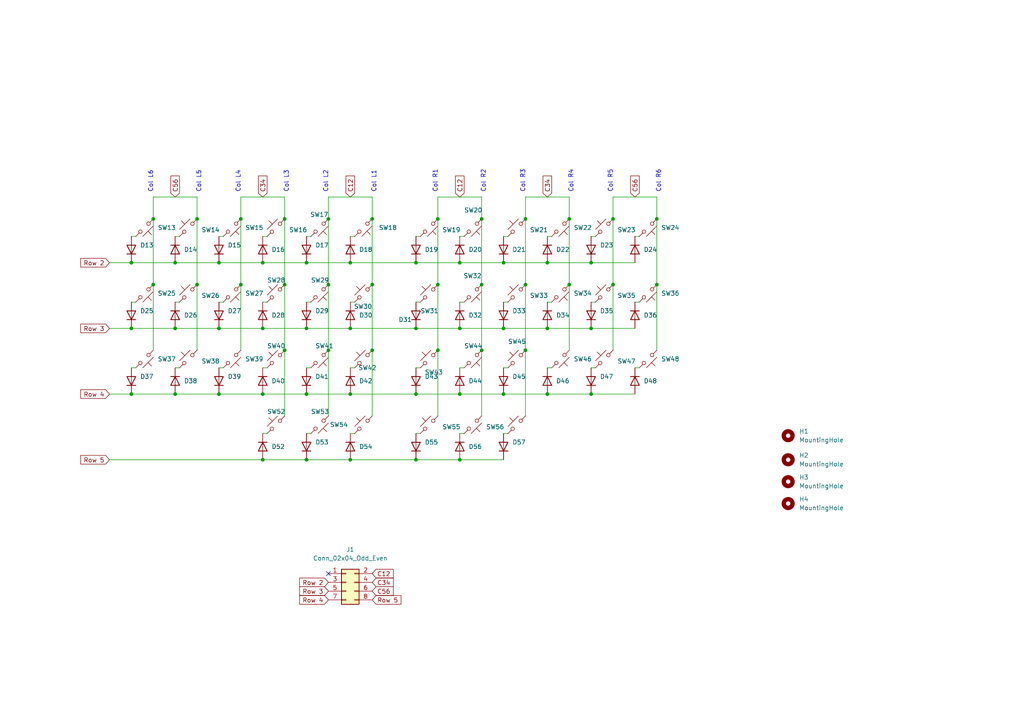
<source format=kicad_sch>
(kicad_sch (version 20230121) (generator eeschema)
  (paper "A4")
  (lib_symbols
    (symbol "Connector_Generic:Conn_02x04_Odd_Even" (pin_names (offset 1.016) hide)
      (property "Reference" "J" (at 1.27 5.08 0))
      (property "Value" "Conn_02x04_Odd_Even" (at 1.27 -7.62 0))
      (symbol "Conn_02x04_Odd_Even_1_1"
        (rectangle (start -1.27 -4.953) (end 0 -5.207) (stroke (width 0.1524)))
        (rectangle (start -1.27 -2.413) (end 0 -2.667) (stroke (width 0.1524)))
        (rectangle (start -1.27 0.127) (end 0 -0.127) (stroke (width 0.1524)))
        (rectangle (start -1.27 2.667) (end 0 2.413) (stroke (width 0.1524)))
        (rectangle (start -1.27 3.81) (end 3.81 -6.35) (stroke (width 0.254)) (fill (type background)))
        (rectangle (start 3.81 -4.953) (end 2.54 -5.207) (stroke (width 0.1524)))
        (rectangle (start 3.81 -2.413) (end 2.54 -2.667) (stroke (width 0.1524)))
        (rectangle (start 3.81 0.127) (end 2.54 -0.127) (stroke (width 0.1524)))
        (rectangle (start 3.81 2.667) (end 2.54 2.413) (stroke (width 0.1524)))
        (pin passive line (at -5.08 2.54 0) (length 3.81) (name "Pin_1") (number "1"))
        (pin passive line (at 7.62 2.54 180) (length 3.81) (name "Pin_2") (number "2"))
        (pin passive line (at -5.08 0 0) (length 3.81) (name "Pin_3") (number "3"))
        (pin passive line (at 7.62 0 180) (length 3.81) (name "Pin_4") (number "4"))
        (pin passive line (at -5.08 -2.54 0) (length 3.81) (name "Pin_5") (number "5"))
        (pin passive line (at 7.62 -2.54 180) (length 3.81) (name "Pin_6") (number "6"))
        (pin passive line (at -5.08 -5.08 0) (length 3.81) (name "Pin_7") (number "7"))
        (pin passive line (at 7.62 -5.08 180) (length 3.81) (name "Pin_8") (number "8"))
      )
    )
    (symbol "Diode:1N4448W" (pin_numbers hide) (pin_names hide)
      (property "Reference" "D" (at 0 2.54 0))
      (property "Value" "1N4448W" (at 0 -2.54 0))
      (symbol "1N4448W_0_1"
        (polyline (pts (xy -1.27 1.27) (xy -1.27 -1.27)) (stroke (width 0.254)))
        (polyline (pts (xy 1.27 0) (xy -1.27 0)))
        (polyline (pts (xy 1.27 1.27) (xy 1.27 -1.27) (xy -1.27 0) (xy 1.27 1.27)) (stroke (width 0.254)))
      )
      (symbol "1N4448W_1_1"
        (pin passive line (at -3.81 0 0) (length 2.54) (name "K") (number "1"))
        (pin passive line (at 3.81 0 180) (length 2.54) (name "A") (number "2"))
      )
    )
    (symbol "Mechanical:MountingHole" (pin_names (offset 1.016))
      (property "Reference" "H" (at 0 5.08 0))
      (property "Value" "MountingHole" (at 0 3.175 0))
      (symbol "MountingHole_0_1"
        (circle (center 0 0) (radius 1.27) (stroke (width 1.27)))
      )
    )
    (symbol "Switch:SW_Push_45deg" (pin_numbers hide) (pin_names (offset 1.016) hide)
      (property "Reference" "SW" (at 3.048 1.016 0))
      (property "Value" "SW_Push_45deg" (at 0 -3.81 0))
      (symbol "SW_Push_45deg_0_1"
        (circle (center -1.1684 1.1684) (radius 0.508))
        (polyline (pts (xy -0.508 2.54) (xy 2.54 -0.508)))
        (polyline (pts (xy 1.016 1.016) (xy 2.032 2.032)))
        (polyline (pts (xy -2.54 2.54) (xy -1.524 1.524) (xy -1.524 1.524)))
        (polyline (pts (xy 1.524 -1.524) (xy 2.54 -2.54) (xy 2.54 -2.54) (xy 2.54 -2.54)))
        (circle (center 1.143 -1.1938) (radius 0.508))
        (pin passive line (at -2.54 2.54 0) (length 0) (name "1") (number "1"))
        (pin passive line (at 2.54 -2.54 180) (length 0) (name "2") (number "2"))
      )
    )
  )
  (junction (at 82.55 63.5))
  (junction (at 139.7 101.6))
  (junction (at 38.1 95.25))
  (junction (at 101.6 95.25))
  (junction (at 146.05 95.25))
  (junction (at 88.9 95.25))
  (junction (at 177.8 82.55))
  (junction (at 57.15 63.5))
  (junction (at 171.45 76.2))
  (junction (at 63.5 76.2))
  (junction (at 95.25 63.5))
  (junction (at 101.6 133.35))
  (junction (at 171.45 95.25))
  (junction (at 57.15 82.55))
  (junction (at 158.75 95.25))
  (junction (at 50.8 95.25))
  (junction (at 127 63.5))
  (junction (at 88.9 114.3))
  (junction (at 82.55 82.55))
  (junction (at 76.2 114.3))
  (junction (at 76.2 133.35))
  (junction (at 127 101.6))
  (junction (at 38.1 114.3))
  (junction (at 107.95 63.5))
  (junction (at 139.7 82.55))
  (junction (at 139.7 63.5))
  (junction (at 127 82.55))
  (junction (at 120.65 76.2))
  (junction (at 120.65 133.35))
  (junction (at 165.1 63.5))
  (junction (at 133.35 95.25))
  (junction (at 133.35 114.3))
  (junction (at 146.05 114.3))
  (junction (at 120.65 114.3))
  (junction (at 63.5 95.25))
  (junction (at 152.4 82.55))
  (junction (at 44.45 63.5))
  (junction (at 76.2 95.25))
  (junction (at 88.9 76.2))
  (junction (at 190.5 82.55))
  (junction (at 50.8 114.3))
  (junction (at 165.1 82.55))
  (junction (at 133.35 133.35))
  (junction (at 133.35 76.2))
  (junction (at 50.8 76.2))
  (junction (at 101.6 114.3))
  (junction (at 120.65 95.25))
  (junction (at 190.5 63.5))
  (junction (at 171.45 114.3))
  (junction (at 76.2 76.2))
  (junction (at 69.85 63.5))
  (junction (at 69.85 82.55))
  (junction (at 63.5 114.3))
  (junction (at 177.8 63.5))
  (junction (at 44.45 82.55))
  (junction (at 101.6 76.2))
  (junction (at 152.4 63.5))
  (junction (at 95.25 82.55))
  (junction (at 158.75 76.2))
  (junction (at 95.25 101.6))
  (junction (at 158.75 114.3))
  (junction (at 82.55 101.6))
  (junction (at 107.95 82.55))
  (junction (at 152.4 101.6))
  (junction (at 88.9 133.35))
  (junction (at 38.1 76.2))
  (junction (at 107.95 101.6))
  (junction (at 146.05 76.2))
  (no_connect (at 95.25 166.37))
  (wire (pts (xy 177.8 82.55) (xy 177.8 101.6)))
  (wire (pts (xy 95.25 101.6) (xy 95.25 120.65)))
  (wire (pts (xy 172.72 87.63) (xy 171.45 87.63)))
  (wire (pts (xy 76.2 95.25) (xy 88.9 95.25)))
  (wire (pts (xy 76.2 114.3) (xy 88.9 114.3)))
  (wire (pts (xy 76.2 125.73) (xy 77.47 125.73)))
  (wire (pts (xy 165.1 57.15) (xy 165.1 63.5)))
  (wire (pts (xy 120.65 133.35) (xy 133.35 133.35)))
  (wire (pts (xy 69.85 57.15) (xy 69.85 63.5)))
  (wire (pts (xy 158.75 68.58) (xy 160.02 68.58)))
  (wire (pts (xy 76.2 87.63) (xy 77.47 87.63)))
  (wire (pts (xy 171.45 76.2) (xy 184.15 76.2)))
  (wire (pts (xy 158.75 76.2) (xy 171.45 76.2)))
  (wire (pts (xy 146.05 114.3) (xy 158.75 114.3)))
  (wire (pts (xy 76.2 133.35) (xy 88.9 133.35)))
  (wire (pts (xy 64.77 87.63) (xy 63.5 87.63)))
  (wire (pts (xy 152.4 57.15) (xy 152.4 63.5)))
  (wire (pts (xy 133.35 68.58) (xy 134.62 68.58)))
  (wire (pts (xy 38.1 95.25) (xy 50.8 95.25)))
  (wire (pts (xy 147.32 87.63) (xy 146.05 87.63)))
  (wire (pts (xy 121.92 106.68) (xy 120.65 106.68)))
  (wire (pts (xy 95.25 57.15) (xy 107.95 57.15)))
  (wire (pts (xy 127 101.6) (xy 127 120.65)))
  (wire (pts (xy 121.92 68.58) (xy 120.65 68.58)))
  (wire (pts (xy 133.35 114.3) (xy 146.05 114.3)))
  (wire (pts (xy 101.6 106.68) (xy 102.87 106.68)))
  (wire (pts (xy 50.8 76.2) (xy 63.5 76.2)))
  (wire (pts (xy 184.15 68.58) (xy 185.42 68.58)))
  (wire (pts (xy 190.5 63.5) (xy 190.5 82.55)))
  (wire (pts (xy 158.75 114.3) (xy 171.45 114.3)))
  (wire (pts (xy 133.35 87.63) (xy 134.62 87.63)))
  (wire (pts (xy 95.25 82.55) (xy 95.25 101.6)))
  (wire (pts (xy 63.5 95.25) (xy 76.2 95.25)))
  (wire (pts (xy 184.15 87.63) (xy 185.42 87.63)))
  (wire (pts (xy 90.17 68.58) (xy 88.9 68.58)))
  (wire (pts (xy 177.8 57.15) (xy 177.8 63.5)))
  (wire (pts (xy 57.15 82.55) (xy 57.15 101.6)))
  (wire (pts (xy 133.35 133.35) (xy 146.05 133.35)))
  (wire (pts (xy 158.75 106.68) (xy 160.02 106.68)))
  (wire (pts (xy 147.32 106.68) (xy 146.05 106.68)))
  (wire (pts (xy 127 82.55) (xy 127 101.6)))
  (wire (pts (xy 190.5 57.15) (xy 190.5 63.5)))
  (wire (pts (xy 44.45 63.5) (xy 44.45 82.55)))
  (wire (pts (xy 69.85 82.55) (xy 69.85 101.6)))
  (wire (pts (xy 139.7 82.55) (xy 139.7 101.6)))
  (wire (pts (xy 172.72 68.58) (xy 171.45 68.58)))
  (wire (pts (xy 177.8 63.5) (xy 177.8 82.55)))
  (wire (pts (xy 120.65 76.2) (xy 133.35 76.2)))
  (wire (pts (xy 121.92 125.73) (xy 120.65 125.73)))
  (wire (pts (xy 44.45 57.15) (xy 57.15 57.15)))
  (wire (pts (xy 158.75 95.25) (xy 171.45 95.25)))
  (wire (pts (xy 39.37 87.63) (xy 38.1 87.63)))
  (wire (pts (xy 82.55 57.15) (xy 82.55 63.5)))
  (wire (pts (xy 165.1 63.5) (xy 165.1 82.55)))
  (wire (pts (xy 90.17 106.68) (xy 88.9 106.68)))
  (wire (pts (xy 50.8 95.25) (xy 63.5 95.25)))
  (wire (pts (xy 64.77 68.58) (xy 63.5 68.58)))
  (wire (pts (xy 88.9 76.2) (xy 101.6 76.2)))
  (wire (pts (xy 133.35 125.73) (xy 134.62 125.73)))
  (wire (pts (xy 147.32 125.73) (xy 146.05 125.73)))
  (wire (pts (xy 120.65 114.3) (xy 133.35 114.3)))
  (wire (pts (xy 31.75 95.25) (xy 38.1 95.25)))
  (wire (pts (xy 121.92 87.63) (xy 120.65 87.63)))
  (wire (pts (xy 158.75 87.63) (xy 160.02 87.63)))
  (wire (pts (xy 107.95 63.5) (xy 107.95 82.55)))
  (wire (pts (xy 133.35 76.2) (xy 146.05 76.2)))
  (wire (pts (xy 101.6 87.63) (xy 102.87 87.63)))
  (wire (pts (xy 152.4 57.15) (xy 165.1 57.15)))
  (wire (pts (xy 76.2 106.68) (xy 77.47 106.68)))
  (wire (pts (xy 127 63.5) (xy 127 82.55)))
  (wire (pts (xy 152.4 63.5) (xy 152.4 82.55)))
  (wire (pts (xy 107.95 101.6) (xy 107.95 120.65)))
  (wire (pts (xy 133.35 95.25) (xy 146.05 95.25)))
  (wire (pts (xy 50.8 114.3) (xy 63.5 114.3)))
  (wire (pts (xy 165.1 82.55) (xy 165.1 101.6)))
  (wire (pts (xy 39.37 68.58) (xy 38.1 68.58)))
  (wire (pts (xy 31.75 114.3) (xy 38.1 114.3)))
  (wire (pts (xy 90.17 87.63) (xy 88.9 87.63)))
  (wire (pts (xy 76.2 76.2) (xy 88.9 76.2)))
  (wire (pts (xy 88.9 114.3) (xy 101.6 114.3)))
  (wire (pts (xy 82.55 63.5) (xy 82.55 82.55)))
  (wire (pts (xy 139.7 63.5) (xy 139.7 82.55)))
  (wire (pts (xy 88.9 133.35) (xy 101.6 133.35)))
  (wire (pts (xy 38.1 76.2) (xy 50.8 76.2)))
  (wire (pts (xy 107.95 82.55) (xy 107.95 101.6)))
  (wire (pts (xy 38.1 114.3) (xy 50.8 114.3)))
  (wire (pts (xy 127 57.15) (xy 139.7 57.15)))
  (wire (pts (xy 39.37 106.68) (xy 38.1 106.68)))
  (wire (pts (xy 63.5 114.3) (xy 76.2 114.3)))
  (wire (pts (xy 88.9 95.25) (xy 101.6 95.25)))
  (wire (pts (xy 101.6 114.3) (xy 120.65 114.3)))
  (wire (pts (xy 133.35 106.68) (xy 134.62 106.68)))
  (wire (pts (xy 152.4 101.6) (xy 152.4 120.65)))
  (wire (pts (xy 64.77 106.68) (xy 63.5 106.68)))
  (wire (pts (xy 139.7 101.6) (xy 139.7 120.65)))
  (wire (pts (xy 184.15 106.68) (xy 185.42 106.68)))
  (wire (pts (xy 95.25 63.5) (xy 95.25 82.55)))
  (wire (pts (xy 101.6 95.25) (xy 120.65 95.25)))
  (wire (pts (xy 190.5 82.55) (xy 190.5 101.6)))
  (wire (pts (xy 147.32 68.58) (xy 146.05 68.58)))
  (wire (pts (xy 82.55 101.6) (xy 82.55 120.65)))
  (wire (pts (xy 57.15 57.15) (xy 57.15 63.5)))
  (wire (pts (xy 90.17 125.73) (xy 88.9 125.73)))
  (wire (pts (xy 44.45 82.55) (xy 44.45 101.6)))
  (wire (pts (xy 76.2 68.58) (xy 77.47 68.58)))
  (wire (pts (xy 101.6 133.35) (xy 120.65 133.35)))
  (wire (pts (xy 69.85 57.15) (xy 82.55 57.15)))
  (wire (pts (xy 172.72 106.68) (xy 171.45 106.68)))
  (wire (pts (xy 69.85 63.5) (xy 69.85 82.55)))
  (wire (pts (xy 63.5 76.2) (xy 76.2 76.2)))
  (wire (pts (xy 101.6 68.58) (xy 102.87 68.58)))
  (wire (pts (xy 139.7 57.15) (xy 139.7 63.5)))
  (wire (pts (xy 127 57.15) (xy 127 63.5)))
  (wire (pts (xy 177.8 57.15) (xy 190.5 57.15)))
  (wire (pts (xy 44.45 57.15) (xy 44.45 63.5)))
  (wire (pts (xy 152.4 82.55) (xy 152.4 101.6)))
  (wire (pts (xy 31.75 133.35) (xy 76.2 133.35)))
  (wire (pts (xy 50.8 106.68) (xy 52.07 106.68)))
  (wire (pts (xy 171.45 95.25) (xy 184.15 95.25)))
  (wire (pts (xy 120.65 95.25) (xy 133.35 95.25)))
  (wire (pts (xy 50.8 87.63) (xy 52.07 87.63)))
  (wire (pts (xy 57.15 63.5) (xy 57.15 82.55)))
  (wire (pts (xy 171.45 114.3) (xy 184.15 114.3)))
  (wire (pts (xy 101.6 125.73) (xy 102.87 125.73)))
  (wire (pts (xy 101.6 76.2) (xy 120.65 76.2)))
  (wire (pts (xy 146.05 95.25) (xy 158.75 95.25)))
  (wire (pts (xy 107.95 57.15) (xy 107.95 63.5)))
  (wire (pts (xy 31.75 76.2) (xy 38.1 76.2)))
  (wire (pts (xy 146.05 76.2) (xy 158.75 76.2)))
  (wire (pts (xy 95.25 57.15) (xy 95.25 63.5)))
  (wire (pts (xy 50.8 68.58) (xy 52.07 68.58)))
  (wire (pts (xy 82.55 82.55) (xy 82.55 101.6)))
  (text "Col L4" (at 69.85 55.88 90) (effects (font (size 1.27 1.27)) (justify left bottom)))
  (text "Col R1" (at 127 55.88 90) (effects (font (size 1.27 1.27)) (justify left bottom)))
  (text "Col L1" (at 109.22 55.88 90) (effects (font (size 1.27 1.27)) (justify left bottom)))
  (text "Col R5" (at 177.8 55.88 90) (effects (font (size 1.27 1.27)) (justify left bottom)))
  (text "Col L6" (at 44.45 55.88 90) (effects (font (size 1.27 1.27)) (justify left bottom)))
  (text "Col R3" (at 152.4 55.88 90) (effects (font (size 1.27 1.27)) (justify left bottom)))
  (text "Col L3" (at 83.82 55.88 90) (effects (font (size 1.27 1.27)) (justify left bottom)))
  (text "Col R6" (at 191.77 55.88 90) (effects (font (size 1.27 1.27)) (justify left bottom)))
  (text "Col L5" (at 58.42 55.88 90) (effects (font (size 1.27 1.27)) (justify left bottom)))
  (text "Col R2" (at 140.97 55.88 90) (effects (font (size 1.27 1.27)) (justify left bottom)))
  (text "Col R4" (at 166.37 55.88 90) (effects (font (size 1.27 1.27)) (justify left bottom)))
  (text "Col L2" (at 95.25 55.88 90) (effects (font (size 1.27 1.27)) (justify left bottom)))
  (global_label "Row 4" (shape input) (at 95.25 173.99 180) (property "Intersheetrefs" "${INTERSHEET_REFS}" (effects hide)))
  (global_label "C56" (shape input) (at 107.95 171.45 0) (property "Intersheetrefs" "${INTERSHEET_REFS}" (effects hide)))
  (global_label "C12" (shape input) (at 101.6 57.15 90) (property "Intersheetrefs" "${INTERSHEET_REFS}" (effects hide)))
  (global_label "C34" (shape input) (at 158.75 57.15 90) (property "Intersheetrefs" "${INTERSHEET_REFS}" (effects hide)))
  (global_label "C56" (shape input) (at 184.15 57.15 90) (property "Intersheetrefs" "${INTERSHEET_REFS}" (effects hide)))
  (global_label "C12" (shape input) (at 133.35 57.15 90) (property "Intersheetrefs" "${INTERSHEET_REFS}" (effects hide)))
  (global_label "Row 2" (shape input) (at 31.75 76.2 180) (property "Intersheetrefs" "${INTERSHEET_REFS}" (effects hide)))
  (global_label "Row 5" (shape input) (at 107.95 173.99 0) (property "Intersheetrefs" "${INTERSHEET_REFS}" (effects hide)))
  (global_label "Row 5" (shape input) (at 31.75 133.35 180) (property "Intersheetrefs" "${INTERSHEET_REFS}" (effects hide)))
  (global_label "C56" (shape input) (at 50.8 57.15 90) (property "Intersheetrefs" "${INTERSHEET_REFS}" (effects hide)))
  (global_label "Row 3" (shape input) (at 95.25 171.45 180) (property "Intersheetrefs" "${INTERSHEET_REFS}" (effects hide)))
  (global_label "C12" (shape input) (at 107.95 166.37 0) (property "Intersheetrefs" "${INTERSHEET_REFS}" (effects hide)))
  (global_label "Row 4" (shape input) (at 31.75 114.3 180) (property "Intersheetrefs" "${INTERSHEET_REFS}" (effects hide)))
  (global_label "Row 3" (shape input) (at 31.75 95.25 180) (property "Intersheetrefs" "${INTERSHEET_REFS}" (effects hide)))
  (global_label "C34" (shape input) (at 76.2 57.15 90) (property "Intersheetrefs" "${INTERSHEET_REFS}" (effects hide)))
  (global_label "Row 2" (shape input) (at 95.25 168.91 180) (property "Intersheetrefs" "${INTERSHEET_REFS}" (effects hide)))
  (global_label "C34" (shape input) (at 107.95 168.91 0) (property "Intersheetrefs" "${INTERSHEET_REFS}" (effects hide)))
  (symbol (lib_id "Diode:1N4448W") (at 146.05 72.39 90) (unit 1)
    (property "Reference" "D21" (at 148.59 72.3899 90) (effects (justify right)))
    (property "Value" "1N4448W" (effects hide))
    (property "Footprint" "Diode_SMD:D_SOD-123" (effects hide))
    (property "Datasheet" "https://www.vishay.com/docs/85722/1n4448w.pdf" (effects hide))
  )
  (symbol (lib_id "Diode:1N4448W") (at 38.1 91.44 90) (unit 1)
    (property "Reference" "D25" (at 40.64 90.1699 90) (effects (justify right)))
    (property "Value" "1N4448W" (effects hide))
    (property "Footprint" "Diode_SMD:D_SOD-123" (effects hide))
    (property "Datasheet" "https://www.vishay.com/docs/85722/1n4448w.pdf" (effects hide))
  )
  (symbol (lib_id "Diode:1N4448W") (at 38.1 110.49 90) (unit 1)
    (property "Reference" "D37" (at 40.64 109.2199 90) (effects (justify right)))
    (property "Value" "1N4448W" (effects hide))
    (property "Footprint" "Diode_SMD:D_SOD-123" (effects hide))
    (property "Datasheet" "https://www.vishay.com/docs/85722/1n4448w.pdf" (effects hide))
  )
  (symbol (lib_id "Switch:SW_Push_45deg") (at 54.61 66.04 90) (unit 1)
    (property "Reference" "SW14" (at 58.42 66.675 90) (effects (justify right)))
    (property "Value" "SW_Push_45deg" (effects hide))
    (property "Footprint" "Keyboard_JSA:MX_Hotswap Reverse" (effects hide))
  )
  (symbol (lib_id "Switch:SW_Push_45deg") (at 149.86 85.09 90) (unit 1)
    (property "Reference" "SW33" (at 153.67 85.725 90) (effects (justify right)))
    (property "Value" "SW_Push_45deg" (effects hide))
    (property "Footprint" "Keyboard_JSA:MX_Hotswap" (effects hide))
  )
  (symbol (lib_id "Diode:1N4448W") (at 120.65 72.39 90) (unit 1)
    (property "Reference" "D19" (at 123.19 72.3899 90) (effects (justify right)))
    (property "Value" "1N4448W" (effects hide))
    (property "Footprint" "Diode_SMD:D_SOD-123" (effects hide))
    (property "Datasheet" "https://www.vishay.com/docs/85722/1n4448w.pdf" (effects hide))
  )
  (symbol (lib_id "Switch:SW_Push_45deg") (at 41.91 104.14 270) (unit 1)
    (property "Reference" "SW37" (at 45.72 104.1399 90) (effects (justify left)))
    (property "Value" "SW_Push_45deg" (effects hide))
    (property "Footprint" "Keyboard_JSA:MX_Hotswap Reverse" (effects hide))
  )
  (symbol (lib_id "Switch:SW_Push_45deg") (at 149.86 66.04 90) (unit 1)
    (property "Reference" "SW21" (at 153.67 66.675 90) (effects (justify right)))
    (property "Value" "SW_Push_45deg" (effects hide))
    (property "Footprint" "Keyboard_JSA:MX_Hotswap Reverse" (effects hide))
  )
  (symbol (lib_id "Switch:SW_Push_45deg") (at 105.41 123.19 90) (unit 1)
    (property "Reference" "SW54" (at 100.965 123.19 90) (effects (justify left)))
    (property "Value" "SW_Push_45deg" (effects hide))
    (property "Footprint" "Keyboard_JSA:MX_Hotswap Reverse" (effects hide))
  )
  (symbol (lib_id "Diode:1N4448W") (at 120.65 110.49 90) (unit 1)
    (property "Reference" "D43" (at 123.19 109.2199 90) (effects (justify right)))
    (property "Value" "1N4448W" (effects hide))
    (property "Footprint" "Diode_SMD:D_SOD-123" (effects hide))
    (property "Datasheet" "https://www.vishay.com/docs/85722/1n4448w.pdf" (effects hide))
  )
  (symbol (lib_id "Switch:SW_Push_45deg") (at 149.86 104.14 90) (unit 1)
    (property "Reference" "SW45" (at 147.32 99.06 90) (effects (justify right)))
    (property "Value" "SW_Push_45deg" (effects hide))
    (property "Footprint" "Keyboard_JSA:MX_Hotswap" (effects hide))
  )
  (symbol (lib_id "Switch:SW_Push_45deg") (at 80.01 85.09 90) (unit 1)
    (property "Reference" "SW28" (at 77.47 81.28 90) (effects (justify right)))
    (property "Value" "SW_Push_45deg" (effects hide))
    (property "Footprint" "Keyboard_JSA:MX_Hotswap Reverse" (effects hide))
  )
  (symbol (lib_id "Mechanical:MountingHole") (at 228.6 139.7 0) (unit 1)
    (property "Reference" "H3" (at 231.775 138.4299 0) (effects (justify left)))
    (property "Value" "MountingHole" (at 231.775 140.9699 0) (effects (justify left)))
    (property "Footprint" "MountingHole:MountingHole_3.2mm_M3_DIN965" (effects hide))
  )
  (symbol (lib_id "Diode:1N4448W") (at 88.9 72.39 90) (unit 1)
    (property "Reference" "D17" (at 91.44 71.1199 90) (effects (justify right)))
    (property "Value" "1N4448W" (effects hide))
    (property "Footprint" "Diode_SMD:D_SOD-123" (effects hide))
    (property "Datasheet" "https://www.vishay.com/docs/85722/1n4448w.pdf" (effects hide))
  )
  (symbol (lib_id "Diode:1N4448W") (at 63.5 72.39 90) (unit 1)
    (property "Reference" "D15" (at 66.04 71.1199 90) (effects (justify right)))
    (property "Value" "1N4448W" (effects hide))
    (property "Footprint" "Diode_SMD:D_SOD-123" (effects hide))
    (property "Datasheet" "https://www.vishay.com/docs/85722/1n4448w.pdf" (effects hide))
  )
  (symbol (lib_id "Switch:SW_Push_45deg") (at 137.16 66.04 270) (unit 1)
    (property "Reference" "SW20" (at 134.62 60.96 90) (effects (justify left)))
    (property "Value" "SW_Push_45deg" (effects hide))
    (property "Footprint" "Keyboard_JSA:MX_Hotswap" (effects hide))
  )
  (symbol (lib_id "Diode:1N4448W") (at 88.9 110.49 90) (unit 1)
    (property "Reference" "D41" (at 91.44 109.2199 90) (effects (justify right)))
    (property "Value" "1N4448W" (effects hide))
    (property "Footprint" "Diode_SMD:D_SOD-123" (effects hide))
    (property "Datasheet" "https://www.vishay.com/docs/85722/1n4448w.pdf" (effects hide))
  )
  (symbol (lib_id "Diode:1N4448W") (at 38.1 72.39 90) (unit 1)
    (property "Reference" "D13" (at 40.64 71.1199 90) (effects (justify right)))
    (property "Value" "1N4448W" (effects hide))
    (property "Footprint" "Diode_SMD:D_SOD-123" (effects hide))
    (property "Datasheet" "https://www.vishay.com/docs/85722/1n4448w.pdf" (effects hide))
  )
  (symbol (lib_id "Switch:SW_Push_45deg") (at 67.31 85.09 270) (unit 1)
    (property "Reference" "SW27" (at 71.12 85.0899 90) (effects (justify left)))
    (property "Value" "SW_Push_45deg" (effects hide))
    (property "Footprint" "Keyboard_JSA:MX_Hotswap Reverse" (effects hide))
  )
  (symbol (lib_id "Switch:SW_Push_45deg") (at 187.96 85.09 270) (unit 1)
    (property "Reference" "SW36" (at 191.77 85.0899 90) (effects (justify left)))
    (property "Value" "SW_Push_45deg" (effects hide))
    (property "Footprint" "Keyboard_JSA:MX_Hotswap" (effects hide))
  )
  (symbol (lib_id "Switch:SW_Push_45deg") (at 175.26 85.09 90) (unit 1)
    (property "Reference" "SW35" (at 179.07 85.725 90) (effects (justify right)))
    (property "Value" "SW_Push_45deg" (effects hide))
    (property "Footprint" "Keyboard_JSA:MX_Hotswap" (effects hide))
  )
  (symbol (lib_id "Switch:SW_Push_45deg") (at 137.16 85.09 270) (unit 1)
    (property "Reference" "SW32" (at 139.7 80.01 90) (effects (justify right)))
    (property "Value" "SW_Push_45deg" (effects hide))
    (property "Footprint" "Keyboard_JSA:MX_Hotswap" (effects hide))
  )
  (symbol (lib_id "Switch:SW_Push_45deg") (at 54.61 104.14 90) (unit 1)
    (property "Reference" "SW38" (at 58.42 104.775 90) (effects (justify right)))
    (property "Value" "SW_Push_45deg" (effects hide))
    (property "Footprint" "Keyboard_JSA:MX_Hotswap Reverse" (effects hide))
  )
  (symbol (lib_id "Switch:SW_Push_45deg") (at 124.46 85.09 90) (unit 1)
    (property "Reference" "SW31" (at 121.92 90.17 90) (effects (justify right)))
    (property "Value" "SW_Push_45deg" (effects hide))
    (property "Footprint" "Keyboard_JSA:MX_Hotswap" (effects hide))
  )
  (symbol (lib_id "Diode:1N4448W") (at 120.65 91.44 90) (unit 1)
    (property "Reference" "D31" (at 115.57 92.71 90) (effects (justify right)))
    (property "Value" "1N4448W" (effects hide))
    (property "Footprint" "Diode_SMD:D_SOD-123" (effects hide))
    (property "Datasheet" "https://www.vishay.com/docs/85722/1n4448w.pdf" (effects hide))
  )
  (symbol (lib_id "Switch:SW_Push_45deg") (at 41.91 85.09 270) (unit 1)
    (property "Reference" "SW25" (at 45.72 85.0899 90) (effects (justify left)))
    (property "Value" "SW_Push_45deg" (effects hide))
    (property "Footprint" "Keyboard_JSA:MX_Hotswap Reverse" (effects hide))
  )
  (symbol (lib_id "Mechanical:MountingHole") (at 228.6 146.05 0) (unit 1)
    (property "Reference" "H4" (at 231.775 144.7799 0) (effects (justify left)))
    (property "Value" "MountingHole" (at 231.775 147.3199 0) (effects (justify left)))
    (property "Footprint" "MountingHole:MountingHole_3.2mm_M3_DIN965" (effects hide))
  )
  (symbol (lib_id "Diode:1N4448W") (at 76.2 110.49 270) (unit 1)
    (property "Reference" "D40" (at 78.74 110.4899 90) (effects (justify left)))
    (property "Value" "1N4448W" (effects hide))
    (property "Footprint" "Diode_SMD:D_SOD-123" (effects hide))
    (property "Datasheet" "https://www.vishay.com/docs/85722/1n4448w.pdf" (effects hide))
  )
  (symbol (lib_id "Diode:1N4448W") (at 184.15 72.39 270) (unit 1)
    (property "Reference" "D24" (at 186.69 72.3899 90) (effects (justify left)))
    (property "Value" "1N4448W" (effects hide))
    (property "Footprint" "Diode_SMD:D_SOD-123" (effects hide))
    (property "Datasheet" "https://www.vishay.com/docs/85722/1n4448w.pdf" (effects hide))
  )
  (symbol (lib_id "Diode:1N4448W") (at 120.65 129.54 90) (unit 1)
    (property "Reference" "D55" (at 123.19 128.2699 90) (effects (justify right)))
    (property "Value" "1N4448W" (effects hide))
    (property "Footprint" "Diode_SMD:D_SOD-123" (effects hide))
    (property "Datasheet" "https://www.vishay.com/docs/85722/1n4448w.pdf" (effects hide))
  )
  (symbol (lib_id "Diode:1N4448W") (at 76.2 129.54 270) (unit 1)
    (property "Reference" "D52" (at 78.74 129.5399 90) (effects (justify left)))
    (property "Value" "1N4448W" (effects hide))
    (property "Footprint" "Diode_SMD:D_SOD-123" (effects hide))
    (property "Datasheet" "https://www.vishay.com/docs/85722/1n4448w.pdf" (effects hide))
  )
  (symbol (lib_id "Diode:1N4448W") (at 184.15 110.49 270) (unit 1)
    (property "Reference" "D48" (at 186.69 110.4899 90) (effects (justify left)))
    (property "Value" "1N4448W" (effects hide))
    (property "Footprint" "Diode_SMD:D_SOD-123" (effects hide))
    (property "Datasheet" "https://www.vishay.com/docs/85722/1n4448w.pdf" (effects hide))
  )
  (symbol (lib_id "Switch:SW_Push_45deg") (at 162.56 66.04 270) (unit 1)
    (property "Reference" "SW22" (at 166.37 66.0399 90) (effects (justify left)))
    (property "Value" "SW_Push_45deg" (effects hide))
    (property "Footprint" "Keyboard_JSA:MX_Hotswap" (effects hide))
  )
  (symbol (lib_id "Diode:1N4448W") (at 133.35 72.39 270) (unit 1)
    (property "Reference" "D20" (at 135.89 72.3899 90) (effects (justify left)))
    (property "Value" "1N4448W" (effects hide))
    (property "Footprint" "Diode_SMD:D_SOD-123" (effects hide))
    (property "Datasheet" "https://www.vishay.com/docs/85722/1n4448w.pdf" (effects hide))
  )
  (symbol (lib_id "Switch:SW_Push_45deg") (at 137.16 123.19 270) (unit 1)
    (property "Reference" "SW56" (at 140.97 123.825 90) (effects (justify left)))
    (property "Value" "SW_Push_45deg" (effects hide))
    (property "Footprint" "Keyboard_JSA:MX_Hotswap_KH" (effects hide))
  )
  (symbol (lib_id "Diode:1N4448W") (at 101.6 91.44 270) (unit 1)
    (property "Reference" "D30" (at 104.14 91.4399 90) (effects (justify left)))
    (property "Value" "1N4448W" (effects hide))
    (property "Footprint" "Diode_SMD:D_SOD-123" (effects hide))
    (property "Datasheet" "https://www.vishay.com/docs/85722/1n4448w.pdf" (effects hide))
  )
  (symbol (lib_id "Diode:1N4448W") (at 101.6 110.49 270) (unit 1)
    (property "Reference" "D42" (at 104.14 110.4899 90) (effects (justify left)))
    (property "Value" "1N4448W" (effects hide))
    (property "Footprint" "Diode_SMD:D_SOD-123" (effects hide))
    (property "Datasheet" "https://www.vishay.com/docs/85722/1n4448w.pdf" (effects hide))
  )
  (symbol (lib_id "Switch:SW_Push_45deg") (at 124.46 123.19 90) (unit 1)
    (property "Reference" "SW55" (at 128.27 123.825 90) (effects (justify right)))
    (property "Value" "SW_Push_45deg" (effects hide))
    (property "Footprint" "Keyboard_JSA:MX_Hotswap_KH" (effects hide))
  )
  (symbol (lib_id "Mechanical:MountingHole") (at 228.6 133.35 0) (unit 1)
    (property "Reference" "H2" (at 231.775 132.0799 0) (effects (justify left)))
    (property "Value" "MountingHole" (at 231.775 134.6199 0) (effects (justify left)))
    (property "Footprint" "MountingHole:MountingHole_3.2mm_M3_DIN965" (effects hide))
  )
  (symbol (lib_id "Switch:SW_Push_45deg") (at 162.56 104.14 270) (unit 1)
    (property "Reference" "SW46" (at 166.37 104.1399 90) (effects (justify left)))
    (property "Value" "SW_Push_45deg" (effects hide))
    (property "Footprint" "Keyboard_JSA:MX_Hotswap" (effects hide))
  )
  (symbol (lib_id "Switch:SW_Push_45deg") (at 105.41 85.09 90) (unit 1)
    (property "Reference" "SW30" (at 107.95 88.9 90) (effects (justify left)))
    (property "Value" "SW_Push_45deg" (effects hide))
    (property "Footprint" "Keyboard_JSA:MX_Hotswap Reverse" (effects hide))
  )
  (symbol (lib_id "Switch:SW_Push_45deg") (at 41.91 66.04 270) (unit 1)
    (property "Reference" "SW13" (at 45.72 66.0399 90) (effects (justify left)))
    (property "Value" "SW_Push_45deg" (effects hide))
    (property "Footprint" "Keyboard_JSA:MX_Hotswap Reverse" (effects hide))
  )
  (symbol (lib_id "Connector_Generic:Conn_02x04_Odd_Even") (at 100.33 168.91 0) (unit 1)
    (property "Reference" "J1" (at 101.6 159.385 0))
    (property "Value" "Conn_02x04_Odd_Even" (at 101.6 161.925 0))
    (property "Footprint" "Keyboard_JSA:matrix_connector" (effects hide))
  )
  (symbol (lib_id "Diode:1N4448W") (at 101.6 72.39 270) (unit 1)
    (property "Reference" "D18" (at 104.14 72.3899 90) (effects (justify left)))
    (property "Value" "1N4448W" (effects hide))
    (property "Footprint" "Diode_SMD:D_SOD-123" (effects hide))
    (property "Datasheet" "https://www.vishay.com/docs/85722/1n4448w.pdf" (effects hide))
  )
  (symbol (lib_id "Diode:1N4448W") (at 63.5 110.49 90) (unit 1)
    (property "Reference" "D39" (at 66.04 109.2199 90) (effects (justify right)))
    (property "Value" "1N4448W" (effects hide))
    (property "Footprint" "Diode_SMD:D_SOD-123" (effects hide))
    (property "Datasheet" "https://www.vishay.com/docs/85722/1n4448w.pdf" (effects hide))
  )
  (symbol (lib_id "Diode:1N4448W") (at 158.75 110.49 270) (unit 1)
    (property "Reference" "D46" (at 161.29 110.4899 90) (effects (justify left)))
    (property "Value" "1N4448W" (effects hide))
    (property "Footprint" "Diode_SMD:D_SOD-123" (effects hide))
    (property "Datasheet" "https://www.vishay.com/docs/85722/1n4448w.pdf" (effects hide))
  )
  (symbol (lib_id "Switch:SW_Push_45deg") (at 149.86 123.19 90) (unit 1)
    (property "Reference" "SW57" (effects hide))
    (property "Value" "SW_Push_45deg" (effects hide))
    (property "Footprint" "Keyboard_JSA:MX_Hotswap_KH" (effects hide))
  )
  (symbol (lib_id "Switch:SW_Push_45deg") (at 67.31 66.04 270) (unit 1)
    (property "Reference" "SW15" (at 71.12 66.0399 90) (effects (justify left)))
    (property "Value" "SW_Push_45deg" (effects hide))
    (property "Footprint" "Keyboard_JSA:MX_Hotswap Reverse" (effects hide))
  )
  (symbol (lib_id "Diode:1N4448W") (at 101.6 129.54 270) (unit 1)
    (property "Reference" "D54" (at 104.14 129.5399 90) (effects (justify left)))
    (property "Value" "1N4448W" (effects hide))
    (property "Footprint" "Diode_SMD:D_SOD-123" (effects hide))
    (property "Datasheet" "https://www.vishay.com/docs/85722/1n4448w.pdf" (effects hide))
  )
  (symbol (lib_id "Diode:1N4448W") (at 146.05 129.54 90) (unit 1)
    (property "Reference" "D57" (at 148.59 128.2699 90) (effects (justify right)))
    (property "Value" "1N4448W" (effects hide))
    (property "Footprint" "Diode_SMD:D_SOD-123" (effects hide))
    (property "Datasheet" "https://www.vishay.com/docs/85722/1n4448w.pdf" (effects hide))
  )
  (symbol (lib_id "Switch:SW_Push_45deg") (at 105.41 104.14 90) (unit 1)
    (property "Reference" "SW42" (at 109.22 106.68 90) (effects (justify left)))
    (property "Value" "SW_Push_45deg" (effects hide))
    (property "Footprint" "Keyboard_JSA:MX_Hotswap Reverse" (effects hide))
  )
  (symbol (lib_id "Switch:SW_Push_45deg") (at 54.61 85.09 90) (unit 1)
    (property "Reference" "SW26" (at 58.42 85.725 90) (effects (justify right)))
    (property "Value" "SW_Push_45deg" (effects hide))
    (property "Footprint" "Keyboard_JSA:MX_Hotswap Reverse" (effects hide))
  )
  (symbol (lib_id "Switch:SW_Push_45deg") (at 175.26 104.14 90) (unit 1)
    (property "Reference" "SW47" (at 179.07 104.775 90) (effects (justify right)))
    (property "Value" "SW_Push_45deg" (effects hide))
    (property "Footprint" "Keyboard_JSA:MX_Hotswap" (effects hide))
  )
  (symbol (lib_id "Diode:1N4448W") (at 133.35 91.44 270) (unit 1)
    (property "Reference" "D32" (at 135.89 91.4399 90) (effects (justify left)))
    (property "Value" "1N4448W" (effects hide))
    (property "Footprint" "Diode_SMD:D_SOD-123" (effects hide))
    (property "Datasheet" "https://www.vishay.com/docs/85722/1n4448w.pdf" (effects hide))
  )
  (symbol (lib_id "Switch:SW_Push_45deg") (at 187.96 104.14 270) (unit 1)
    (property "Reference" "SW48" (at 191.77 104.1399 90) (effects (justify left)))
    (property "Value" "SW_Push_45deg" (effects hide))
    (property "Footprint" "Keyboard_JSA:MX_Hotswap" (effects hide))
  )
  (symbol (lib_id "Diode:1N4448W") (at 50.8 72.39 270) (unit 1)
    (property "Reference" "D14" (at 53.34 72.3899 90) (effects (justify left)))
    (property "Value" "1N4448W" (effects hide))
    (property "Footprint" "Diode_SMD:D_SOD-123" (effects hide))
    (property "Datasheet" "https://www.vishay.com/docs/85722/1n4448w.pdf" (effects hide))
  )
  (symbol (lib_id "Switch:SW_Push_45deg") (at 92.71 85.09 270) (unit 1)
    (property "Reference" "SW29" (at 90.17 81.28 90) (effects (justify left)))
    (property "Value" "SW_Push_45deg" (effects hide))
    (property "Footprint" "Keyboard_JSA:MX_Hotswap Reverse" (effects hide))
  )
  (symbol (lib_id "Diode:1N4448W") (at 158.75 91.44 270) (unit 1)
    (property "Reference" "D34" (at 161.29 91.4399 90) (effects (justify left)))
    (property "Value" "1N4448W" (effects hide))
    (property "Footprint" "Diode_SMD:D_SOD-123" (effects hide))
    (property "Datasheet" "https://www.vishay.com/docs/85722/1n4448w.pdf" (effects hide))
  )
  (symbol (lib_id "Diode:1N4448W") (at 146.05 110.49 90) (unit 1)
    (property "Reference" "D45" (at 148.59 109.2199 90) (effects (justify right)))
    (property "Value" "1N4448W" (effects hide))
    (property "Footprint" "Diode_SMD:D_SOD-123" (effects hide))
    (property "Datasheet" "https://www.vishay.com/docs/85722/1n4448w.pdf" (effects hide))
  )
  (symbol (lib_id "Diode:1N4448W") (at 158.75 72.39 270) (unit 1)
    (property "Reference" "D22" (at 161.29 72.3899 90) (effects (justify left)))
    (property "Value" "1N4448W" (effects hide))
    (property "Footprint" "Diode_SMD:D_SOD-123" (effects hide))
    (property "Datasheet" "https://www.vishay.com/docs/85722/1n4448w.pdf" (effects hide))
  )
  (symbol (lib_id "Switch:SW_Push_45deg") (at 137.16 104.14 270) (unit 1)
    (property "Reference" "SW44" (at 134.62 100.33 90) (effects (justify left)))
    (property "Value" "SW_Push_45deg" (effects hide))
    (property "Footprint" "Keyboard_JSA:MX_Hotswap" (effects hide))
  )
  (symbol (lib_id "Switch:SW_Push_45deg") (at 67.31 104.14 270) (unit 1)
    (property "Reference" "SW39" (at 71.12 104.1399 90) (effects (justify left)))
    (property "Value" "SW_Push_45deg" (effects hide))
    (property "Footprint" "Keyboard_JSA:MX_Hotswap Reverse" (effects hide))
  )
  (symbol (lib_id "Diode:1N4448W") (at 50.8 110.49 270) (unit 1)
    (property "Reference" "D38" (at 53.34 110.4899 90) (effects (justify left)))
    (property "Value" "1N4448W" (effects hide))
    (property "Footprint" "Diode_SMD:D_SOD-123" (effects hide))
    (property "Datasheet" "https://www.vishay.com/docs/85722/1n4448w.pdf" (effects hide))
  )
  (symbol (lib_id "Diode:1N4448W") (at 63.5 91.44 90) (unit 1)
    (property "Reference" "D27" (at 66.04 90.1699 90) (effects (justify right)))
    (property "Value" "1N4448W" (effects hide))
    (property "Footprint" "Diode_SMD:D_SOD-123" (effects hide))
    (property "Datasheet" "https://www.vishay.com/docs/85722/1n4448w.pdf" (effects hide))
  )
  (symbol (lib_id "Diode:1N4448W") (at 50.8 91.44 270) (unit 1)
    (property "Reference" "D26" (at 53.34 91.4399 90) (effects (justify left)))
    (property "Value" "1N4448W" (effects hide))
    (property "Footprint" "Diode_SMD:D_SOD-123" (effects hide))
    (property "Datasheet" "https://www.vishay.com/docs/85722/1n4448w.pdf" (effects hide))
  )
  (symbol (lib_id "Diode:1N4448W") (at 88.9 129.54 90) (unit 1)
    (property "Reference" "D53" (at 91.44 128.2699 90) (effects (justify right)))
    (property "Value" "1N4448W" (effects hide))
    (property "Footprint" "Diode_SMD:D_SOD-123" (effects hide))
    (property "Datasheet" "https://www.vishay.com/docs/85722/1n4448w.pdf" (effects hide))
  )
  (symbol (lib_id "Mechanical:MountingHole") (at 228.6 126.365 0) (unit 1)
    (property "Reference" "H1" (at 231.775 125.0949 0) (effects (justify left)))
    (property "Value" "MountingHole" (at 231.775 127.6349 0) (effects (justify left)))
    (property "Footprint" "MountingHole:MountingHole_3.2mm_M3_DIN965" (effects hide))
  )
  (symbol (lib_id "Switch:SW_Push_45deg") (at 80.01 66.04 90) (unit 1)
    (property "Reference" "SW16" (at 83.82 66.675 90) (effects (justify right)))
    (property "Value" "SW_Push_45deg" (effects hide))
    (property "Footprint" "Keyboard_JSA:MX_Hotswap" (effects hide))
  )
  (symbol (lib_id "Diode:1N4448W") (at 171.45 91.44 90) (unit 1)
    (property "Reference" "D35" (at 173.99 90.1699 90) (effects (justify right)))
    (property "Value" "1N4448W" (effects hide))
    (property "Footprint" "Diode_SMD:D_SOD-123" (effects hide))
    (property "Datasheet" "https://www.vishay.com/docs/85722/1n4448w.pdf" (effects hide))
  )
  (symbol (lib_id "Switch:SW_Push_45deg") (at 105.41 66.04 270) (unit 1)
    (property "Reference" "SW18" (at 109.855 66.04 90) (effects (justify left)))
    (property "Value" "SW_Push_45deg" (effects hide))
    (property "Footprint" "Keyboard_JSA:MX_Hotswap Reverse" (effects hide))
  )
  (symbol (lib_id "Switch:SW_Push_45deg") (at 124.46 104.14 90) (unit 1)
    (property "Reference" "SW43" (at 123.19 107.95 90) (effects (justify right)))
    (property "Value" "SW_Push_45deg" (effects hide))
    (property "Footprint" "Keyboard_JSA:MX_Hotswap" (effects hide))
  )
  (symbol (lib_id "Diode:1N4448W") (at 76.2 91.44 270) (unit 1)
    (property "Reference" "D28" (at 78.74 91.4399 90) (effects (justify left)))
    (property "Value" "1N4448W" (effects hide))
    (property "Footprint" "Diode_SMD:D_SOD-123" (effects hide))
    (property "Datasheet" "https://www.vishay.com/docs/85722/1n4448w.pdf" (effects hide))
  )
  (symbol (lib_id "Diode:1N4448W") (at 133.35 110.49 270) (unit 1)
    (property "Reference" "D44" (at 135.89 110.4899 90) (effects (justify left)))
    (property "Value" "1N4448W" (effects hide))
    (property "Footprint" "Diode_SMD:D_SOD-123" (effects hide))
    (property "Datasheet" "https://www.vishay.com/docs/85722/1n4448w.pdf" (effects hide))
  )
  (symbol (lib_id "Switch:SW_Push_45deg") (at 187.96 66.04 270) (unit 1)
    (property "Reference" "SW24" (at 191.77 66.0399 90) (effects (justify left)))
    (property "Value" "SW_Push_45deg" (effects hide))
    (property "Footprint" "Keyboard_JSA:MX_Hotswap" (effects hide))
  )
  (symbol (lib_id "Switch:SW_Push_45deg") (at 80.01 123.19 90) (unit 1)
    (property "Reference" "SW52" (at 77.47 119.38 90) (effects (justify right)))
    (property "Value" "SW_Push_45deg" (effects hide))
    (property "Footprint" "Keyboard_JSA:MX_Hotswap Reverse" (effects hide))
  )
  (symbol (lib_id "Switch:SW_Push_45deg") (at 162.56 85.09 270) (unit 1)
    (property "Reference" "SW34" (at 166.37 85.0899 90) (effects (justify left)))
    (property "Value" "SW_Push_45deg" (effects hide))
    (property "Footprint" "Keyboard_JSA:MX_Hotswap" (effects hide))
  )
  (symbol (lib_id "Switch:SW_Push_45deg") (at 92.71 104.14 270) (unit 1)
    (property "Reference" "SW41" (at 91.44 100.33 90) (effects (justify left)))
    (property "Value" "SW_Push_45deg" (effects hide))
    (property "Footprint" "Keyboard_JSA:MX_Hotswap Reverse" (effects hide))
  )
  (symbol (lib_id "Switch:SW_Push_45deg") (at 92.71 66.04 270) (unit 1)
    (property "Reference" "SW17" (at 95.25 62.23 90) (effects (justify right)))
    (property "Value" "SW_Push_45deg" (effects hide))
    (property "Footprint" "Keyboard_JSA:MX_Hotswap Reverse" (effects hide))
  )
  (symbol (lib_id "Diode:1N4448W") (at 133.35 129.54 270) (unit 1)
    (property "Reference" "D56" (at 135.89 129.5399 90) (effects (justify left)))
    (property "Value" "1N4448W" (effects hide))
    (property "Footprint" "Diode_SMD:D_SOD-123" (effects hide))
    (property "Datasheet" "https://www.vishay.com/docs/85722/1n4448w.pdf" (effects hide))
  )
  (symbol (lib_id "Switch:SW_Push_45deg") (at 175.26 66.04 90) (unit 1)
    (property "Reference" "SW23" (at 179.07 66.675 90) (effects (justify right)))
    (property "Value" "SW_Push_45deg" (effects hide))
    (property "Footprint" "Keyboard_JSA:MX_Hotswap" (effects hide))
  )
  (symbol (lib_id "Diode:1N4448W") (at 171.45 72.39 90) (unit 1)
    (property "Reference" "D23" (at 173.99 71.1199 90) (effects (justify right)))
    (property "Value" "1N4448W" (effects hide))
    (property "Footprint" "Diode_SMD:D_SOD-123" (effects hide))
    (property "Datasheet" "https://www.vishay.com/docs/85722/1n4448w.pdf" (effects hide))
  )
  (symbol (lib_id "Switch:SW_Push_45deg") (at 92.71 123.19 270) (unit 1)
    (property "Reference" "SW53" (at 90.17 119.38 90) (effects (justify left)))
    (property "Value" "SW_Push_45deg" (effects hide))
    (property "Footprint" "Keyboard_JSA:MX_Hotswap Reverse" (effects hide))
  )
  (symbol (lib_id "Diode:1N4448W") (at 76.2 72.39 270) (unit 1)
    (property "Reference" "D16" (at 78.74 72.3899 90) (effects (justify left)))
    (property "Value" "1N4448W" (effects hide))
    (property "Footprint" "Diode_SMD:D_SOD-123" (effects hide))
    (property "Datasheet" "https://www.vishay.com/docs/85722/1n4448w.pdf" (effects hide))
  )
  (symbol (lib_id "Switch:SW_Push_45deg") (at 80.01 104.14 90) (unit 1)
    (property "Reference" "SW40" (at 77.47 100.33 90) (effects (justify right)))
    (property "Value" "SW_Push_45deg" (effects hide))
    (property "Footprint" "Keyboard_JSA:MX_Hotswap Reverse" (effects hide))
  )
  (symbol (lib_id "Diode:1N4448W") (at 146.05 91.44 90) (unit 1)
    (property "Reference" "D33" (at 148.59 90.1699 90) (effects (justify right)))
    (property "Value" "1N4448W" (effects hide))
    (property "Footprint" "Diode_SMD:D_SOD-123" (effects hide))
    (property "Datasheet" "https://www.vishay.com/docs/85722/1n4448w.pdf" (effects hide))
  )
  (symbol (lib_id "Diode:1N4448W") (at 88.9 91.44 90) (unit 1)
    (property "Reference" "D29" (at 91.44 90.1699 90) (effects (justify right)))
    (property "Value" "1N4448W" (effects hide))
    (property "Footprint" "Diode_SMD:D_SOD-123" (effects hide))
    (property "Datasheet" "https://www.vishay.com/docs/85722/1n4448w.pdf" (effects hide))
  )
  (symbol (lib_id "Diode:1N4448W") (at 171.45 110.49 90) (unit 1)
    (property "Reference" "D47" (at 173.99 109.2199 90) (effects (justify right)))
    (property "Value" "1N4448W" (effects hide))
    (property "Footprint" "Diode_SMD:D_SOD-123" (effects hide))
    (property "Datasheet" "https://www.vishay.com/docs/85722/1n4448w.pdf" (effects hide))
  )
  (symbol (lib_id "Diode:1N4448W") (at 184.15 91.44 270) (unit 1)
    (property "Reference" "D36" (at 186.69 91.4399 90) (effects (justify left)))
    (property "Value" "1N4448W" (effects hide))
    (property "Footprint" "Diode_SMD:D_SOD-123" (effects hide))
    (property "Datasheet" "https://www.vishay.com/docs/85722/1n4448w.pdf" (effects hide))
  )
  (symbol (lib_id "Switch:SW_Push_45deg") (at 124.46 66.04 270) (unit 1)
    (property "Reference" "SW19" (at 128.27 66.675 90) (effects (justify left)))
    (property "Value" "SW_Push_45deg" (effects hide))
    (property "Footprint" "Keyboard_JSA:MX_Hotswap" (effects hide))
  )
)
</source>
